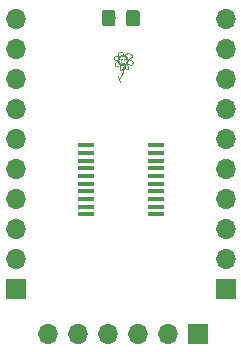
<source format=gbs>
G04 #@! TF.GenerationSoftware,KiCad,Pcbnew,5.0.2-bee76a0~70~ubuntu16.04.1*
G04 #@! TF.CreationDate,2019-03-12T22:28:51+00:00*
G04 #@! TF.ProjectId,project,70726f6a-6563-4742-9e6b-696361645f70,rev?*
G04 #@! TF.SameCoordinates,Original*
G04 #@! TF.FileFunction,Soldermask,Bot*
G04 #@! TF.FilePolarity,Negative*
%FSLAX46Y46*%
G04 Gerber Fmt 4.6, Leading zero omitted, Abs format (unit mm)*
G04 Created by KiCad (PCBNEW 5.0.2-bee76a0~70~ubuntu16.04.1) date Tue 12 Mar 2019 22:28:51 GMT*
%MOMM*%
%LPD*%
G01*
G04 APERTURE LIST*
%ADD10C,0.150000*%
%ADD11C,0.127000*%
%ADD12C,0.076200*%
%ADD13C,0.101600*%
%ADD14R,1.700000X1.700000*%
%ADD15O,1.700000X1.700000*%
%ADD16R,1.450000X0.450000*%
%ADD17C,0.100000*%
%ADD18C,1.150000*%
G04 APERTURE END LIST*
D10*
G04 #@! TO.C,REF\002A\002A*
X157011623Y-94100000D02*
G75*
G03X157011623Y-94100000I-31623J0D01*
G01*
D11*
X157530000Y-94180000D02*
G75*
G03X157530000Y-94180000I-410000J0D01*
G01*
D10*
X157291623Y-94100000D02*
G75*
G03X157291623Y-94100000I-31623J0D01*
G01*
D12*
X157310000Y-94320000D02*
X157190000Y-94390000D01*
X157190000Y-94390000D02*
X157060000Y-94380000D01*
X157060000Y-94380000D02*
X156940000Y-94290000D01*
D13*
X157230000Y-93710000D02*
X157500000Y-93570000D01*
X157500000Y-93570000D02*
X157780000Y-93640000D01*
X157780000Y-93640000D02*
X157890000Y-93830000D01*
X157890000Y-93830000D02*
X157780000Y-94000000D01*
X157780000Y-94000000D02*
X157570000Y-94050000D01*
X157560000Y-94120000D02*
X157830000Y-94170000D01*
X157830000Y-94170000D02*
X157920000Y-94320000D01*
X157920000Y-94320000D02*
X157880000Y-94450000D01*
X157880000Y-94450000D02*
X157760000Y-94530000D01*
X157760000Y-94530000D02*
X157510000Y-94470000D01*
X157490000Y-94490000D02*
X157570000Y-94690000D01*
X157570000Y-94690000D02*
X157560000Y-94880000D01*
X157560000Y-94880000D02*
X157450000Y-94920000D01*
X157450000Y-94920000D02*
X157330000Y-94880000D01*
X157330000Y-94880000D02*
X157270000Y-94770000D01*
X157270000Y-94770000D02*
X157250000Y-94660000D01*
X157250000Y-94660000D02*
X157230000Y-94640000D01*
X157230000Y-94640000D02*
X157260000Y-94660000D01*
X157260000Y-94660000D02*
X157270000Y-94630000D01*
X157160000Y-93750000D02*
X157070000Y-93480000D01*
X157070000Y-93480000D02*
X156910000Y-93420000D01*
X156910000Y-93420000D02*
X156740000Y-93450000D01*
X156740000Y-93450000D02*
X156690000Y-93560000D01*
X156690000Y-93560000D02*
X156710000Y-93670000D01*
X156710000Y-93670000D02*
X156800000Y-93810000D01*
X156830000Y-93800000D02*
X156460000Y-93790000D01*
X156460000Y-93790000D02*
X156350000Y-93890000D01*
X156350000Y-93890000D02*
X156330000Y-94040000D01*
X156330000Y-94040000D02*
X156430000Y-94110000D01*
X156430000Y-94110000D02*
X156580000Y-94120000D01*
X156580000Y-94120000D02*
X156680000Y-94120000D01*
X156680000Y-94150000D02*
X156500000Y-94260000D01*
X156500000Y-94260000D02*
X156400000Y-94400000D01*
X156400000Y-94400000D02*
X156400000Y-94540000D01*
X156400000Y-94540000D02*
X156440000Y-94640000D01*
X156440000Y-94640000D02*
X156550000Y-94680000D01*
X156550000Y-94680000D02*
X156680000Y-94650000D01*
X156680000Y-94650000D02*
X156770000Y-94520000D01*
X157200000Y-94650000D02*
X157130000Y-94840000D01*
X157130000Y-94840000D02*
X157010000Y-94970000D01*
X157010000Y-94970000D02*
X156890000Y-94940000D01*
X156890000Y-94940000D02*
X156840000Y-94850000D01*
X156840000Y-94850000D02*
X156860000Y-94750000D01*
X156860000Y-94750000D02*
X156860000Y-94580000D01*
X157230000Y-94740000D02*
X157140000Y-95170000D01*
X157140000Y-95170000D02*
X156920000Y-95470000D01*
X156920000Y-95470000D02*
X156800000Y-95750000D01*
X156800000Y-95750000D02*
X156840000Y-95970000D01*
X156840000Y-95970000D02*
X156680000Y-95450000D01*
G04 #@! TD*
D14*
G04 #@! TO.C,J1*
X163438404Y-117294239D03*
D15*
X160898404Y-117294239D03*
X158358404Y-117294239D03*
X155818404Y-117294239D03*
X153278404Y-117294239D03*
X150738404Y-117294239D03*
G04 #@! TD*
D14*
G04 #@! TO.C,J2*
X148038404Y-113484239D03*
D15*
X148038404Y-110944239D03*
X148038404Y-108404239D03*
X148038404Y-105864239D03*
X148038404Y-103324239D03*
X148038404Y-100784239D03*
X148038404Y-98244239D03*
X148038404Y-95704239D03*
X148038404Y-93164239D03*
X148038404Y-90624239D03*
G04 #@! TD*
G04 #@! TO.C,J3*
X165818404Y-90624239D03*
X165818404Y-93164239D03*
X165818404Y-95704239D03*
X165818404Y-98244239D03*
X165818404Y-100784239D03*
X165818404Y-103324239D03*
X165818404Y-105864239D03*
X165818404Y-108404239D03*
X165818404Y-110944239D03*
D14*
X165818404Y-113484239D03*
G04 #@! TD*
D16*
G04 #@! TO.C,U1*
X153978404Y-107199239D03*
X153978404Y-106549239D03*
X153978404Y-105899239D03*
X153978404Y-105249239D03*
X153978404Y-104599239D03*
X153978404Y-103949239D03*
X153978404Y-103299239D03*
X153978404Y-102649239D03*
X153978404Y-101999239D03*
X153978404Y-101349239D03*
X159878404Y-101349239D03*
X159878404Y-101999239D03*
X159878404Y-102649239D03*
X159878404Y-103299239D03*
X159878404Y-103949239D03*
X159878404Y-104599239D03*
X159878404Y-105249239D03*
X159878404Y-105899239D03*
X159878404Y-106549239D03*
X159878404Y-107199239D03*
G04 #@! TD*
D17*
G04 #@! TO.C,D1*
G36*
X156252909Y-89895443D02*
X156277177Y-89899043D01*
X156300976Y-89905004D01*
X156324075Y-89913269D01*
X156346254Y-89923759D01*
X156367297Y-89936371D01*
X156387003Y-89950986D01*
X156405181Y-89967462D01*
X156421657Y-89985640D01*
X156436272Y-90005346D01*
X156448884Y-90026389D01*
X156459374Y-90048568D01*
X156467639Y-90071667D01*
X156473600Y-90095466D01*
X156477200Y-90119734D01*
X156478404Y-90144238D01*
X156478404Y-91044240D01*
X156477200Y-91068744D01*
X156473600Y-91093012D01*
X156467639Y-91116811D01*
X156459374Y-91139910D01*
X156448884Y-91162089D01*
X156436272Y-91183132D01*
X156421657Y-91202838D01*
X156405181Y-91221016D01*
X156387003Y-91237492D01*
X156367297Y-91252107D01*
X156346254Y-91264719D01*
X156324075Y-91275209D01*
X156300976Y-91283474D01*
X156277177Y-91289435D01*
X156252909Y-91293035D01*
X156228405Y-91294239D01*
X155578403Y-91294239D01*
X155553899Y-91293035D01*
X155529631Y-91289435D01*
X155505832Y-91283474D01*
X155482733Y-91275209D01*
X155460554Y-91264719D01*
X155439511Y-91252107D01*
X155419805Y-91237492D01*
X155401627Y-91221016D01*
X155385151Y-91202838D01*
X155370536Y-91183132D01*
X155357924Y-91162089D01*
X155347434Y-91139910D01*
X155339169Y-91116811D01*
X155333208Y-91093012D01*
X155329608Y-91068744D01*
X155328404Y-91044240D01*
X155328404Y-90144238D01*
X155329608Y-90119734D01*
X155333208Y-90095466D01*
X155339169Y-90071667D01*
X155347434Y-90048568D01*
X155357924Y-90026389D01*
X155370536Y-90005346D01*
X155385151Y-89985640D01*
X155401627Y-89967462D01*
X155419805Y-89950986D01*
X155439511Y-89936371D01*
X155460554Y-89923759D01*
X155482733Y-89913269D01*
X155505832Y-89905004D01*
X155529631Y-89899043D01*
X155553899Y-89895443D01*
X155578403Y-89894239D01*
X156228405Y-89894239D01*
X156252909Y-89895443D01*
X156252909Y-89895443D01*
G37*
D18*
X155903404Y-90594239D03*
D17*
G36*
X158302909Y-89895443D02*
X158327177Y-89899043D01*
X158350976Y-89905004D01*
X158374075Y-89913269D01*
X158396254Y-89923759D01*
X158417297Y-89936371D01*
X158437003Y-89950986D01*
X158455181Y-89967462D01*
X158471657Y-89985640D01*
X158486272Y-90005346D01*
X158498884Y-90026389D01*
X158509374Y-90048568D01*
X158517639Y-90071667D01*
X158523600Y-90095466D01*
X158527200Y-90119734D01*
X158528404Y-90144238D01*
X158528404Y-91044240D01*
X158527200Y-91068744D01*
X158523600Y-91093012D01*
X158517639Y-91116811D01*
X158509374Y-91139910D01*
X158498884Y-91162089D01*
X158486272Y-91183132D01*
X158471657Y-91202838D01*
X158455181Y-91221016D01*
X158437003Y-91237492D01*
X158417297Y-91252107D01*
X158396254Y-91264719D01*
X158374075Y-91275209D01*
X158350976Y-91283474D01*
X158327177Y-91289435D01*
X158302909Y-91293035D01*
X158278405Y-91294239D01*
X157628403Y-91294239D01*
X157603899Y-91293035D01*
X157579631Y-91289435D01*
X157555832Y-91283474D01*
X157532733Y-91275209D01*
X157510554Y-91264719D01*
X157489511Y-91252107D01*
X157469805Y-91237492D01*
X157451627Y-91221016D01*
X157435151Y-91202838D01*
X157420536Y-91183132D01*
X157407924Y-91162089D01*
X157397434Y-91139910D01*
X157389169Y-91116811D01*
X157383208Y-91093012D01*
X157379608Y-91068744D01*
X157378404Y-91044240D01*
X157378404Y-90144238D01*
X157379608Y-90119734D01*
X157383208Y-90095466D01*
X157389169Y-90071667D01*
X157397434Y-90048568D01*
X157407924Y-90026389D01*
X157420536Y-90005346D01*
X157435151Y-89985640D01*
X157451627Y-89967462D01*
X157469805Y-89950986D01*
X157489511Y-89936371D01*
X157510554Y-89923759D01*
X157532733Y-89913269D01*
X157555832Y-89905004D01*
X157579631Y-89899043D01*
X157603899Y-89895443D01*
X157628403Y-89894239D01*
X158278405Y-89894239D01*
X158302909Y-89895443D01*
X158302909Y-89895443D01*
G37*
D18*
X157953404Y-90594239D03*
G04 #@! TD*
M02*

</source>
